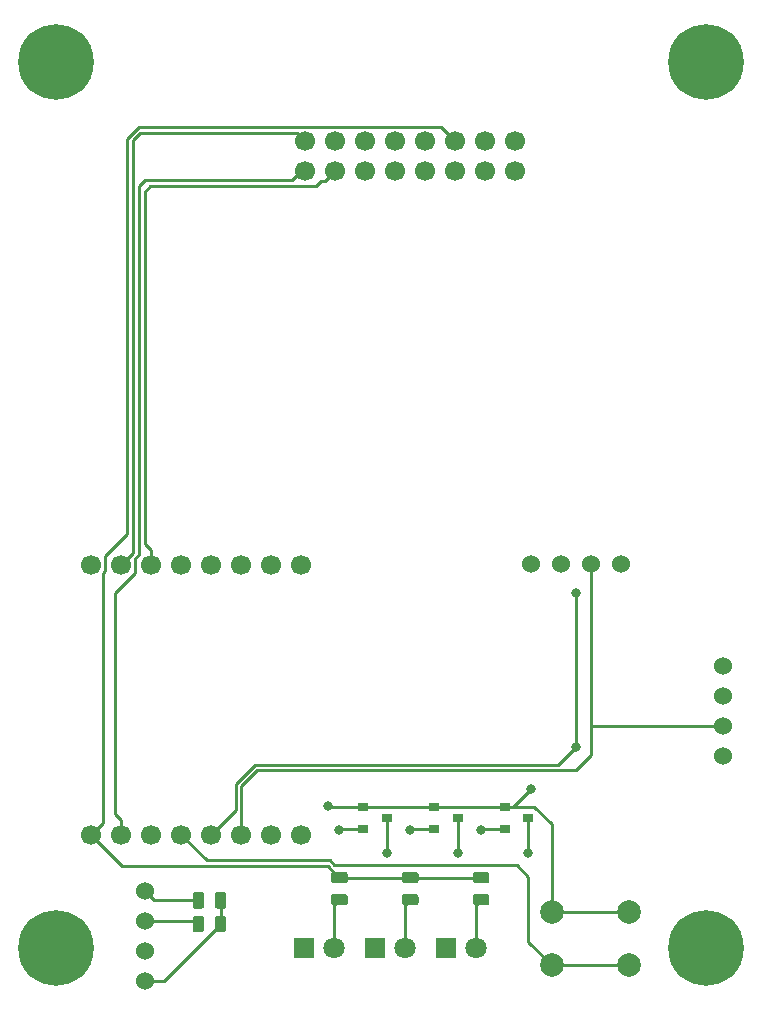
<source format=gbr>
G04 #@! TF.GenerationSoftware,KiCad,Pcbnew,5.1.5+dfsg1-2build2*
G04 #@! TF.CreationDate,2020-10-24T15:12:09+02:00*
G04 #@! TF.ProjectId,sensorbox,73656e73-6f72-4626-9f78-2e6b69636164,rev?*
G04 #@! TF.SameCoordinates,Original*
G04 #@! TF.FileFunction,Copper,L2,Bot*
G04 #@! TF.FilePolarity,Positive*
%FSLAX46Y46*%
G04 Gerber Fmt 4.6, Leading zero omitted, Abs format (unit mm)*
G04 Created by KiCad (PCBNEW 5.1.5+dfsg1-2build2) date 2020-10-24 15:12:09*
%MOMM*%
%LPD*%
G04 APERTURE LIST*
%ADD10C,1.524000*%
%ADD11C,0.100000*%
%ADD12R,0.900000X0.800000*%
%ADD13C,1.800000*%
%ADD14R,1.800000X1.800000*%
%ADD15C,2.000000*%
%ADD16C,1.700000*%
%ADD17C,6.400000*%
%ADD18C,0.800000*%
%ADD19C,0.250000*%
G04 APERTURE END LIST*
D10*
X52810000Y-47500000D03*
X50270000Y-47500000D03*
X47730000Y-47500000D03*
X45190000Y-47500000D03*
X61500000Y-63810000D03*
X61500000Y-61270000D03*
X61500000Y-58730000D03*
X61500000Y-56190000D03*
G04 #@! TA.AperFunction,SMDPad,CuDef*
D11*
G36*
X35480142Y-75451174D02*
G01*
X35503803Y-75454684D01*
X35527007Y-75460496D01*
X35549529Y-75468554D01*
X35571153Y-75478782D01*
X35591670Y-75491079D01*
X35610883Y-75505329D01*
X35628607Y-75521393D01*
X35644671Y-75539117D01*
X35658921Y-75558330D01*
X35671218Y-75578847D01*
X35681446Y-75600471D01*
X35689504Y-75622993D01*
X35695316Y-75646197D01*
X35698826Y-75669858D01*
X35700000Y-75693750D01*
X35700000Y-76181250D01*
X35698826Y-76205142D01*
X35695316Y-76228803D01*
X35689504Y-76252007D01*
X35681446Y-76274529D01*
X35671218Y-76296153D01*
X35658921Y-76316670D01*
X35644671Y-76335883D01*
X35628607Y-76353607D01*
X35610883Y-76369671D01*
X35591670Y-76383921D01*
X35571153Y-76396218D01*
X35549529Y-76406446D01*
X35527007Y-76414504D01*
X35503803Y-76420316D01*
X35480142Y-76423826D01*
X35456250Y-76425000D01*
X34543750Y-76425000D01*
X34519858Y-76423826D01*
X34496197Y-76420316D01*
X34472993Y-76414504D01*
X34450471Y-76406446D01*
X34428847Y-76396218D01*
X34408330Y-76383921D01*
X34389117Y-76369671D01*
X34371393Y-76353607D01*
X34355329Y-76335883D01*
X34341079Y-76316670D01*
X34328782Y-76296153D01*
X34318554Y-76274529D01*
X34310496Y-76252007D01*
X34304684Y-76228803D01*
X34301174Y-76205142D01*
X34300000Y-76181250D01*
X34300000Y-75693750D01*
X34301174Y-75669858D01*
X34304684Y-75646197D01*
X34310496Y-75622993D01*
X34318554Y-75600471D01*
X34328782Y-75578847D01*
X34341079Y-75558330D01*
X34355329Y-75539117D01*
X34371393Y-75521393D01*
X34389117Y-75505329D01*
X34408330Y-75491079D01*
X34428847Y-75478782D01*
X34450471Y-75468554D01*
X34472993Y-75460496D01*
X34496197Y-75454684D01*
X34519858Y-75451174D01*
X34543750Y-75450000D01*
X35456250Y-75450000D01*
X35480142Y-75451174D01*
G37*
G04 #@! TD.AperFunction*
G04 #@! TA.AperFunction,SMDPad,CuDef*
G36*
X35480142Y-73576174D02*
G01*
X35503803Y-73579684D01*
X35527007Y-73585496D01*
X35549529Y-73593554D01*
X35571153Y-73603782D01*
X35591670Y-73616079D01*
X35610883Y-73630329D01*
X35628607Y-73646393D01*
X35644671Y-73664117D01*
X35658921Y-73683330D01*
X35671218Y-73703847D01*
X35681446Y-73725471D01*
X35689504Y-73747993D01*
X35695316Y-73771197D01*
X35698826Y-73794858D01*
X35700000Y-73818750D01*
X35700000Y-74306250D01*
X35698826Y-74330142D01*
X35695316Y-74353803D01*
X35689504Y-74377007D01*
X35681446Y-74399529D01*
X35671218Y-74421153D01*
X35658921Y-74441670D01*
X35644671Y-74460883D01*
X35628607Y-74478607D01*
X35610883Y-74494671D01*
X35591670Y-74508921D01*
X35571153Y-74521218D01*
X35549529Y-74531446D01*
X35527007Y-74539504D01*
X35503803Y-74545316D01*
X35480142Y-74548826D01*
X35456250Y-74550000D01*
X34543750Y-74550000D01*
X34519858Y-74548826D01*
X34496197Y-74545316D01*
X34472993Y-74539504D01*
X34450471Y-74531446D01*
X34428847Y-74521218D01*
X34408330Y-74508921D01*
X34389117Y-74494671D01*
X34371393Y-74478607D01*
X34355329Y-74460883D01*
X34341079Y-74441670D01*
X34328782Y-74421153D01*
X34318554Y-74399529D01*
X34310496Y-74377007D01*
X34304684Y-74353803D01*
X34301174Y-74330142D01*
X34300000Y-74306250D01*
X34300000Y-73818750D01*
X34301174Y-73794858D01*
X34304684Y-73771197D01*
X34310496Y-73747993D01*
X34318554Y-73725471D01*
X34328782Y-73703847D01*
X34341079Y-73683330D01*
X34355329Y-73664117D01*
X34371393Y-73646393D01*
X34389117Y-73630329D01*
X34408330Y-73616079D01*
X34428847Y-73603782D01*
X34450471Y-73593554D01*
X34472993Y-73585496D01*
X34496197Y-73579684D01*
X34519858Y-73576174D01*
X34543750Y-73575000D01*
X35456250Y-73575000D01*
X35480142Y-73576174D01*
G37*
G04 #@! TD.AperFunction*
G04 #@! TA.AperFunction,SMDPad,CuDef*
G36*
X29480142Y-75451174D02*
G01*
X29503803Y-75454684D01*
X29527007Y-75460496D01*
X29549529Y-75468554D01*
X29571153Y-75478782D01*
X29591670Y-75491079D01*
X29610883Y-75505329D01*
X29628607Y-75521393D01*
X29644671Y-75539117D01*
X29658921Y-75558330D01*
X29671218Y-75578847D01*
X29681446Y-75600471D01*
X29689504Y-75622993D01*
X29695316Y-75646197D01*
X29698826Y-75669858D01*
X29700000Y-75693750D01*
X29700000Y-76181250D01*
X29698826Y-76205142D01*
X29695316Y-76228803D01*
X29689504Y-76252007D01*
X29681446Y-76274529D01*
X29671218Y-76296153D01*
X29658921Y-76316670D01*
X29644671Y-76335883D01*
X29628607Y-76353607D01*
X29610883Y-76369671D01*
X29591670Y-76383921D01*
X29571153Y-76396218D01*
X29549529Y-76406446D01*
X29527007Y-76414504D01*
X29503803Y-76420316D01*
X29480142Y-76423826D01*
X29456250Y-76425000D01*
X28543750Y-76425000D01*
X28519858Y-76423826D01*
X28496197Y-76420316D01*
X28472993Y-76414504D01*
X28450471Y-76406446D01*
X28428847Y-76396218D01*
X28408330Y-76383921D01*
X28389117Y-76369671D01*
X28371393Y-76353607D01*
X28355329Y-76335883D01*
X28341079Y-76316670D01*
X28328782Y-76296153D01*
X28318554Y-76274529D01*
X28310496Y-76252007D01*
X28304684Y-76228803D01*
X28301174Y-76205142D01*
X28300000Y-76181250D01*
X28300000Y-75693750D01*
X28301174Y-75669858D01*
X28304684Y-75646197D01*
X28310496Y-75622993D01*
X28318554Y-75600471D01*
X28328782Y-75578847D01*
X28341079Y-75558330D01*
X28355329Y-75539117D01*
X28371393Y-75521393D01*
X28389117Y-75505329D01*
X28408330Y-75491079D01*
X28428847Y-75478782D01*
X28450471Y-75468554D01*
X28472993Y-75460496D01*
X28496197Y-75454684D01*
X28519858Y-75451174D01*
X28543750Y-75450000D01*
X29456250Y-75450000D01*
X29480142Y-75451174D01*
G37*
G04 #@! TD.AperFunction*
G04 #@! TA.AperFunction,SMDPad,CuDef*
G36*
X29480142Y-73576174D02*
G01*
X29503803Y-73579684D01*
X29527007Y-73585496D01*
X29549529Y-73593554D01*
X29571153Y-73603782D01*
X29591670Y-73616079D01*
X29610883Y-73630329D01*
X29628607Y-73646393D01*
X29644671Y-73664117D01*
X29658921Y-73683330D01*
X29671218Y-73703847D01*
X29681446Y-73725471D01*
X29689504Y-73747993D01*
X29695316Y-73771197D01*
X29698826Y-73794858D01*
X29700000Y-73818750D01*
X29700000Y-74306250D01*
X29698826Y-74330142D01*
X29695316Y-74353803D01*
X29689504Y-74377007D01*
X29681446Y-74399529D01*
X29671218Y-74421153D01*
X29658921Y-74441670D01*
X29644671Y-74460883D01*
X29628607Y-74478607D01*
X29610883Y-74494671D01*
X29591670Y-74508921D01*
X29571153Y-74521218D01*
X29549529Y-74531446D01*
X29527007Y-74539504D01*
X29503803Y-74545316D01*
X29480142Y-74548826D01*
X29456250Y-74550000D01*
X28543750Y-74550000D01*
X28519858Y-74548826D01*
X28496197Y-74545316D01*
X28472993Y-74539504D01*
X28450471Y-74531446D01*
X28428847Y-74521218D01*
X28408330Y-74508921D01*
X28389117Y-74494671D01*
X28371393Y-74478607D01*
X28355329Y-74460883D01*
X28341079Y-74441670D01*
X28328782Y-74421153D01*
X28318554Y-74399529D01*
X28310496Y-74377007D01*
X28304684Y-74353803D01*
X28301174Y-74330142D01*
X28300000Y-74306250D01*
X28300000Y-73818750D01*
X28301174Y-73794858D01*
X28304684Y-73771197D01*
X28310496Y-73747993D01*
X28318554Y-73725471D01*
X28328782Y-73703847D01*
X28341079Y-73683330D01*
X28355329Y-73664117D01*
X28371393Y-73646393D01*
X28389117Y-73630329D01*
X28408330Y-73616079D01*
X28428847Y-73603782D01*
X28450471Y-73593554D01*
X28472993Y-73585496D01*
X28496197Y-73579684D01*
X28519858Y-73576174D01*
X28543750Y-73575000D01*
X29456250Y-73575000D01*
X29480142Y-73576174D01*
G37*
G04 #@! TD.AperFunction*
D12*
X45000000Y-69000000D03*
X43000000Y-68050000D03*
X43000000Y-69950000D03*
X39000000Y-69000000D03*
X37000000Y-68050000D03*
X37000000Y-69950000D03*
D13*
X40540000Y-80000000D03*
D14*
X38000000Y-80000000D03*
D13*
X34540000Y-80000000D03*
D14*
X32000000Y-80000000D03*
G04 #@! TA.AperFunction,SMDPad,CuDef*
D11*
G36*
X41480142Y-75451174D02*
G01*
X41503803Y-75454684D01*
X41527007Y-75460496D01*
X41549529Y-75468554D01*
X41571153Y-75478782D01*
X41591670Y-75491079D01*
X41610883Y-75505329D01*
X41628607Y-75521393D01*
X41644671Y-75539117D01*
X41658921Y-75558330D01*
X41671218Y-75578847D01*
X41681446Y-75600471D01*
X41689504Y-75622993D01*
X41695316Y-75646197D01*
X41698826Y-75669858D01*
X41700000Y-75693750D01*
X41700000Y-76181250D01*
X41698826Y-76205142D01*
X41695316Y-76228803D01*
X41689504Y-76252007D01*
X41681446Y-76274529D01*
X41671218Y-76296153D01*
X41658921Y-76316670D01*
X41644671Y-76335883D01*
X41628607Y-76353607D01*
X41610883Y-76369671D01*
X41591670Y-76383921D01*
X41571153Y-76396218D01*
X41549529Y-76406446D01*
X41527007Y-76414504D01*
X41503803Y-76420316D01*
X41480142Y-76423826D01*
X41456250Y-76425000D01*
X40543750Y-76425000D01*
X40519858Y-76423826D01*
X40496197Y-76420316D01*
X40472993Y-76414504D01*
X40450471Y-76406446D01*
X40428847Y-76396218D01*
X40408330Y-76383921D01*
X40389117Y-76369671D01*
X40371393Y-76353607D01*
X40355329Y-76335883D01*
X40341079Y-76316670D01*
X40328782Y-76296153D01*
X40318554Y-76274529D01*
X40310496Y-76252007D01*
X40304684Y-76228803D01*
X40301174Y-76205142D01*
X40300000Y-76181250D01*
X40300000Y-75693750D01*
X40301174Y-75669858D01*
X40304684Y-75646197D01*
X40310496Y-75622993D01*
X40318554Y-75600471D01*
X40328782Y-75578847D01*
X40341079Y-75558330D01*
X40355329Y-75539117D01*
X40371393Y-75521393D01*
X40389117Y-75505329D01*
X40408330Y-75491079D01*
X40428847Y-75478782D01*
X40450471Y-75468554D01*
X40472993Y-75460496D01*
X40496197Y-75454684D01*
X40519858Y-75451174D01*
X40543750Y-75450000D01*
X41456250Y-75450000D01*
X41480142Y-75451174D01*
G37*
G04 #@! TD.AperFunction*
G04 #@! TA.AperFunction,SMDPad,CuDef*
G36*
X41480142Y-73576174D02*
G01*
X41503803Y-73579684D01*
X41527007Y-73585496D01*
X41549529Y-73593554D01*
X41571153Y-73603782D01*
X41591670Y-73616079D01*
X41610883Y-73630329D01*
X41628607Y-73646393D01*
X41644671Y-73664117D01*
X41658921Y-73683330D01*
X41671218Y-73703847D01*
X41681446Y-73725471D01*
X41689504Y-73747993D01*
X41695316Y-73771197D01*
X41698826Y-73794858D01*
X41700000Y-73818750D01*
X41700000Y-74306250D01*
X41698826Y-74330142D01*
X41695316Y-74353803D01*
X41689504Y-74377007D01*
X41681446Y-74399529D01*
X41671218Y-74421153D01*
X41658921Y-74441670D01*
X41644671Y-74460883D01*
X41628607Y-74478607D01*
X41610883Y-74494671D01*
X41591670Y-74508921D01*
X41571153Y-74521218D01*
X41549529Y-74531446D01*
X41527007Y-74539504D01*
X41503803Y-74545316D01*
X41480142Y-74548826D01*
X41456250Y-74550000D01*
X40543750Y-74550000D01*
X40519858Y-74548826D01*
X40496197Y-74545316D01*
X40472993Y-74539504D01*
X40450471Y-74531446D01*
X40428847Y-74521218D01*
X40408330Y-74508921D01*
X40389117Y-74494671D01*
X40371393Y-74478607D01*
X40355329Y-74460883D01*
X40341079Y-74441670D01*
X40328782Y-74421153D01*
X40318554Y-74399529D01*
X40310496Y-74377007D01*
X40304684Y-74353803D01*
X40301174Y-74330142D01*
X40300000Y-74306250D01*
X40300000Y-73818750D01*
X40301174Y-73794858D01*
X40304684Y-73771197D01*
X40310496Y-73747993D01*
X40318554Y-73725471D01*
X40328782Y-73703847D01*
X40341079Y-73683330D01*
X40355329Y-73664117D01*
X40371393Y-73646393D01*
X40389117Y-73630329D01*
X40408330Y-73616079D01*
X40428847Y-73603782D01*
X40450471Y-73593554D01*
X40472993Y-73585496D01*
X40496197Y-73579684D01*
X40519858Y-73576174D01*
X40543750Y-73575000D01*
X41456250Y-73575000D01*
X41480142Y-73576174D01*
G37*
G04 #@! TD.AperFunction*
G04 #@! TA.AperFunction,SMDPad,CuDef*
G36*
X17330142Y-77301174D02*
G01*
X17353803Y-77304684D01*
X17377007Y-77310496D01*
X17399529Y-77318554D01*
X17421153Y-77328782D01*
X17441670Y-77341079D01*
X17460883Y-77355329D01*
X17478607Y-77371393D01*
X17494671Y-77389117D01*
X17508921Y-77408330D01*
X17521218Y-77428847D01*
X17531446Y-77450471D01*
X17539504Y-77472993D01*
X17545316Y-77496197D01*
X17548826Y-77519858D01*
X17550000Y-77543750D01*
X17550000Y-78456250D01*
X17548826Y-78480142D01*
X17545316Y-78503803D01*
X17539504Y-78527007D01*
X17531446Y-78549529D01*
X17521218Y-78571153D01*
X17508921Y-78591670D01*
X17494671Y-78610883D01*
X17478607Y-78628607D01*
X17460883Y-78644671D01*
X17441670Y-78658921D01*
X17421153Y-78671218D01*
X17399529Y-78681446D01*
X17377007Y-78689504D01*
X17353803Y-78695316D01*
X17330142Y-78698826D01*
X17306250Y-78700000D01*
X16818750Y-78700000D01*
X16794858Y-78698826D01*
X16771197Y-78695316D01*
X16747993Y-78689504D01*
X16725471Y-78681446D01*
X16703847Y-78671218D01*
X16683330Y-78658921D01*
X16664117Y-78644671D01*
X16646393Y-78628607D01*
X16630329Y-78610883D01*
X16616079Y-78591670D01*
X16603782Y-78571153D01*
X16593554Y-78549529D01*
X16585496Y-78527007D01*
X16579684Y-78503803D01*
X16576174Y-78480142D01*
X16575000Y-78456250D01*
X16575000Y-77543750D01*
X16576174Y-77519858D01*
X16579684Y-77496197D01*
X16585496Y-77472993D01*
X16593554Y-77450471D01*
X16603782Y-77428847D01*
X16616079Y-77408330D01*
X16630329Y-77389117D01*
X16646393Y-77371393D01*
X16664117Y-77355329D01*
X16683330Y-77341079D01*
X16703847Y-77328782D01*
X16725471Y-77318554D01*
X16747993Y-77310496D01*
X16771197Y-77304684D01*
X16794858Y-77301174D01*
X16818750Y-77300000D01*
X17306250Y-77300000D01*
X17330142Y-77301174D01*
G37*
G04 #@! TD.AperFunction*
G04 #@! TA.AperFunction,SMDPad,CuDef*
G36*
X19205142Y-77301174D02*
G01*
X19228803Y-77304684D01*
X19252007Y-77310496D01*
X19274529Y-77318554D01*
X19296153Y-77328782D01*
X19316670Y-77341079D01*
X19335883Y-77355329D01*
X19353607Y-77371393D01*
X19369671Y-77389117D01*
X19383921Y-77408330D01*
X19396218Y-77428847D01*
X19406446Y-77450471D01*
X19414504Y-77472993D01*
X19420316Y-77496197D01*
X19423826Y-77519858D01*
X19425000Y-77543750D01*
X19425000Y-78456250D01*
X19423826Y-78480142D01*
X19420316Y-78503803D01*
X19414504Y-78527007D01*
X19406446Y-78549529D01*
X19396218Y-78571153D01*
X19383921Y-78591670D01*
X19369671Y-78610883D01*
X19353607Y-78628607D01*
X19335883Y-78644671D01*
X19316670Y-78658921D01*
X19296153Y-78671218D01*
X19274529Y-78681446D01*
X19252007Y-78689504D01*
X19228803Y-78695316D01*
X19205142Y-78698826D01*
X19181250Y-78700000D01*
X18693750Y-78700000D01*
X18669858Y-78698826D01*
X18646197Y-78695316D01*
X18622993Y-78689504D01*
X18600471Y-78681446D01*
X18578847Y-78671218D01*
X18558330Y-78658921D01*
X18539117Y-78644671D01*
X18521393Y-78628607D01*
X18505329Y-78610883D01*
X18491079Y-78591670D01*
X18478782Y-78571153D01*
X18468554Y-78549529D01*
X18460496Y-78527007D01*
X18454684Y-78503803D01*
X18451174Y-78480142D01*
X18450000Y-78456250D01*
X18450000Y-77543750D01*
X18451174Y-77519858D01*
X18454684Y-77496197D01*
X18460496Y-77472993D01*
X18468554Y-77450471D01*
X18478782Y-77428847D01*
X18491079Y-77408330D01*
X18505329Y-77389117D01*
X18521393Y-77371393D01*
X18539117Y-77355329D01*
X18558330Y-77341079D01*
X18578847Y-77328782D01*
X18600471Y-77318554D01*
X18622993Y-77310496D01*
X18646197Y-77304684D01*
X18669858Y-77301174D01*
X18693750Y-77300000D01*
X19181250Y-77300000D01*
X19205142Y-77301174D01*
G37*
G04 #@! TD.AperFunction*
G04 #@! TA.AperFunction,SMDPad,CuDef*
G36*
X17330142Y-75301174D02*
G01*
X17353803Y-75304684D01*
X17377007Y-75310496D01*
X17399529Y-75318554D01*
X17421153Y-75328782D01*
X17441670Y-75341079D01*
X17460883Y-75355329D01*
X17478607Y-75371393D01*
X17494671Y-75389117D01*
X17508921Y-75408330D01*
X17521218Y-75428847D01*
X17531446Y-75450471D01*
X17539504Y-75472993D01*
X17545316Y-75496197D01*
X17548826Y-75519858D01*
X17550000Y-75543750D01*
X17550000Y-76456250D01*
X17548826Y-76480142D01*
X17545316Y-76503803D01*
X17539504Y-76527007D01*
X17531446Y-76549529D01*
X17521218Y-76571153D01*
X17508921Y-76591670D01*
X17494671Y-76610883D01*
X17478607Y-76628607D01*
X17460883Y-76644671D01*
X17441670Y-76658921D01*
X17421153Y-76671218D01*
X17399529Y-76681446D01*
X17377007Y-76689504D01*
X17353803Y-76695316D01*
X17330142Y-76698826D01*
X17306250Y-76700000D01*
X16818750Y-76700000D01*
X16794858Y-76698826D01*
X16771197Y-76695316D01*
X16747993Y-76689504D01*
X16725471Y-76681446D01*
X16703847Y-76671218D01*
X16683330Y-76658921D01*
X16664117Y-76644671D01*
X16646393Y-76628607D01*
X16630329Y-76610883D01*
X16616079Y-76591670D01*
X16603782Y-76571153D01*
X16593554Y-76549529D01*
X16585496Y-76527007D01*
X16579684Y-76503803D01*
X16576174Y-76480142D01*
X16575000Y-76456250D01*
X16575000Y-75543750D01*
X16576174Y-75519858D01*
X16579684Y-75496197D01*
X16585496Y-75472993D01*
X16593554Y-75450471D01*
X16603782Y-75428847D01*
X16616079Y-75408330D01*
X16630329Y-75389117D01*
X16646393Y-75371393D01*
X16664117Y-75355329D01*
X16683330Y-75341079D01*
X16703847Y-75328782D01*
X16725471Y-75318554D01*
X16747993Y-75310496D01*
X16771197Y-75304684D01*
X16794858Y-75301174D01*
X16818750Y-75300000D01*
X17306250Y-75300000D01*
X17330142Y-75301174D01*
G37*
G04 #@! TD.AperFunction*
G04 #@! TA.AperFunction,SMDPad,CuDef*
G36*
X19205142Y-75301174D02*
G01*
X19228803Y-75304684D01*
X19252007Y-75310496D01*
X19274529Y-75318554D01*
X19296153Y-75328782D01*
X19316670Y-75341079D01*
X19335883Y-75355329D01*
X19353607Y-75371393D01*
X19369671Y-75389117D01*
X19383921Y-75408330D01*
X19396218Y-75428847D01*
X19406446Y-75450471D01*
X19414504Y-75472993D01*
X19420316Y-75496197D01*
X19423826Y-75519858D01*
X19425000Y-75543750D01*
X19425000Y-76456250D01*
X19423826Y-76480142D01*
X19420316Y-76503803D01*
X19414504Y-76527007D01*
X19406446Y-76549529D01*
X19396218Y-76571153D01*
X19383921Y-76591670D01*
X19369671Y-76610883D01*
X19353607Y-76628607D01*
X19335883Y-76644671D01*
X19316670Y-76658921D01*
X19296153Y-76671218D01*
X19274529Y-76681446D01*
X19252007Y-76689504D01*
X19228803Y-76695316D01*
X19205142Y-76698826D01*
X19181250Y-76700000D01*
X18693750Y-76700000D01*
X18669858Y-76698826D01*
X18646197Y-76695316D01*
X18622993Y-76689504D01*
X18600471Y-76681446D01*
X18578847Y-76671218D01*
X18558330Y-76658921D01*
X18539117Y-76644671D01*
X18521393Y-76628607D01*
X18505329Y-76610883D01*
X18491079Y-76591670D01*
X18478782Y-76571153D01*
X18468554Y-76549529D01*
X18460496Y-76527007D01*
X18454684Y-76503803D01*
X18451174Y-76480142D01*
X18450000Y-76456250D01*
X18450000Y-75543750D01*
X18451174Y-75519858D01*
X18454684Y-75496197D01*
X18460496Y-75472993D01*
X18468554Y-75450471D01*
X18478782Y-75428847D01*
X18491079Y-75408330D01*
X18505329Y-75389117D01*
X18521393Y-75371393D01*
X18539117Y-75355329D01*
X18558330Y-75341079D01*
X18578847Y-75328782D01*
X18600471Y-75318554D01*
X18622993Y-75310496D01*
X18646197Y-75304684D01*
X18669858Y-75301174D01*
X18693750Y-75300000D01*
X19181250Y-75300000D01*
X19205142Y-75301174D01*
G37*
G04 #@! TD.AperFunction*
D13*
X28540000Y-80000000D03*
D14*
X26000000Y-80000000D03*
D12*
X33000000Y-69000000D03*
X31000000Y-68050000D03*
X31000000Y-69950000D03*
D15*
X53500000Y-77000000D03*
X53500000Y-81500000D03*
X47000000Y-77000000D03*
X47000000Y-81500000D03*
D16*
X8000000Y-47570000D03*
X10540000Y-47570000D03*
X13080000Y-47570000D03*
X15620000Y-47570000D03*
X18160000Y-47570000D03*
X20700000Y-47570000D03*
X23240000Y-47570000D03*
X25780000Y-47570000D03*
X18160000Y-70430000D03*
X15620000Y-70430000D03*
X13080000Y-70430000D03*
X20700000Y-70430000D03*
X23240000Y-70430000D03*
X8000000Y-70430000D03*
X10540000Y-70430000D03*
X25780000Y-70430000D03*
D10*
X12500000Y-75190000D03*
X12500000Y-77730000D03*
X12500000Y-80270000D03*
X12500000Y-82810000D03*
D16*
X38790000Y-14240000D03*
X43870000Y-14240000D03*
X41330000Y-14240000D03*
X36250000Y-14240000D03*
X28630000Y-14240000D03*
X26090000Y-14240000D03*
X31170000Y-14240000D03*
X33710000Y-14240000D03*
X26090000Y-11700000D03*
X28630000Y-11700000D03*
X31170000Y-11700000D03*
X33710000Y-11700000D03*
X36250000Y-11700000D03*
X38790000Y-11700000D03*
X41330000Y-11700000D03*
X43870000Y-11700000D03*
D17*
X60000000Y-80000000D03*
X5000000Y-80000000D03*
X60000000Y-5000000D03*
X5000000Y-5000000D03*
D18*
X45190000Y-66560000D03*
X28000000Y-68000000D03*
X49000000Y-50000000D03*
X49000000Y-63000000D03*
X33000000Y-72000000D03*
X39000000Y-72000000D03*
X45000000Y-72000000D03*
X29000000Y-70000000D03*
X35000000Y-70000000D03*
X41000000Y-70000000D03*
D19*
X31700000Y-68050000D02*
X37000000Y-68050000D01*
X31000000Y-68050000D02*
X31700000Y-68050000D01*
X37000000Y-68050000D02*
X43000000Y-68050000D01*
X47000000Y-75585787D02*
X47000000Y-77000000D01*
X47000000Y-69564998D02*
X47000000Y-75585787D01*
X45485002Y-68050000D02*
X47000000Y-69564998D01*
X43000000Y-68050000D02*
X45485002Y-68050000D01*
X47000000Y-77000000D02*
X53500000Y-77000000D01*
X43700000Y-68050000D02*
X45190000Y-66560000D01*
X43000000Y-68050000D02*
X43700000Y-68050000D01*
X28050000Y-68050000D02*
X28000000Y-68000000D01*
X31000000Y-68050000D02*
X28050000Y-68050000D01*
X25830000Y-14500000D02*
X26090000Y-14240000D01*
X25000000Y-15000000D02*
X25760000Y-14240000D01*
X12500000Y-15000000D02*
X25000000Y-15000000D01*
X12000000Y-15500000D02*
X12500000Y-15000000D01*
X11715001Y-47031409D02*
X12000000Y-46746410D01*
X10000000Y-50000000D02*
X11715001Y-48284999D01*
X12000000Y-46746410D02*
X12000000Y-15500000D01*
X10000000Y-68687919D02*
X10000000Y-50000000D01*
X10540000Y-69227919D02*
X10000000Y-68687919D01*
X25760000Y-14240000D02*
X26090000Y-14240000D01*
X11715001Y-48284999D02*
X11715001Y-47031409D01*
X10540000Y-70430000D02*
X10540000Y-69227919D01*
X41000000Y-74062500D02*
X35000000Y-74062500D01*
X35000000Y-74062500D02*
X29000000Y-74062500D01*
X29000000Y-74062500D02*
X28000000Y-73062500D01*
X10632500Y-73062500D02*
X8000000Y-70430000D01*
X10632500Y-73062500D02*
X28000000Y-73062500D01*
X8000000Y-70430000D02*
X9000000Y-69430000D01*
X9175001Y-48134001D02*
X9175001Y-46824999D01*
X9000000Y-48309002D02*
X9175001Y-48134001D01*
X9000000Y-69430000D02*
X9000000Y-48309002D01*
X9175001Y-46824999D02*
X11000000Y-45000000D01*
X11000000Y-45000000D02*
X11000000Y-11500000D01*
X11000000Y-11500000D02*
X12000000Y-10500000D01*
X37590000Y-10500000D02*
X38790000Y-11700000D01*
X12000000Y-10500000D02*
X37590000Y-10500000D01*
X18937500Y-76000000D02*
X18937500Y-78000000D01*
X14127500Y-82810000D02*
X12500000Y-82810000D01*
X18937500Y-78000000D02*
X14127500Y-82810000D01*
X12136410Y-11000000D02*
X25390000Y-11000000D01*
X25390000Y-11000000D02*
X26090000Y-11700000D01*
X11500000Y-11636410D02*
X12136410Y-11000000D01*
X11500000Y-46610000D02*
X11500000Y-11636410D01*
X10540000Y-47570000D02*
X11500000Y-46610000D01*
X12500000Y-16000000D02*
X13000000Y-15500000D01*
X12500000Y-45787919D02*
X12500000Y-16000000D01*
X13080000Y-46367919D02*
X12500000Y-45787919D01*
X13080000Y-47570000D02*
X13080000Y-46367919D01*
X27780001Y-15089999D02*
X27410001Y-15089999D01*
X28630000Y-14240000D02*
X27780001Y-15089999D01*
X27000000Y-15500000D02*
X13000000Y-15500000D01*
X27410001Y-15089999D02*
X27000000Y-15500000D01*
X13310000Y-76000000D02*
X12500000Y-75190000D01*
X17062500Y-76000000D02*
X13310000Y-76000000D01*
X49000000Y-63000000D02*
X49000000Y-50000000D01*
X20249990Y-68340010D02*
X18160000Y-70430000D01*
X20249991Y-66113599D02*
X20249990Y-68340010D01*
X21863590Y-64500000D02*
X20249991Y-66113599D01*
X47500000Y-64500000D02*
X21863590Y-64500000D01*
X49000000Y-63000000D02*
X47500000Y-64500000D01*
X16792500Y-77730000D02*
X17062500Y-78000000D01*
X12500000Y-77730000D02*
X16792500Y-77730000D01*
X20700000Y-66300000D02*
X20700000Y-70430000D01*
X22000000Y-65000000D02*
X20700000Y-66300000D01*
X49000000Y-65000000D02*
X22000000Y-65000000D01*
X50270000Y-63730000D02*
X49000000Y-65000000D01*
X61500000Y-61270000D02*
X50270000Y-61270000D01*
X50270000Y-61270000D02*
X50270000Y-63730000D01*
X50270000Y-47500000D02*
X50270000Y-61270000D01*
X17802490Y-72612490D02*
X15620000Y-70430000D01*
X44000000Y-73000000D02*
X28573910Y-73000000D01*
X28573910Y-73000000D02*
X28186400Y-72612490D01*
X45000000Y-74000000D02*
X44000000Y-73000000D01*
X28186400Y-72612490D02*
X17802490Y-72612490D01*
X45000000Y-79500000D02*
X45000000Y-74000000D01*
X47000000Y-81500000D02*
X45000000Y-79500000D01*
X52085787Y-81500000D02*
X47000000Y-81500000D01*
X53500000Y-81500000D02*
X52085787Y-81500000D01*
X33000000Y-72000000D02*
X33000000Y-69000000D01*
X28540000Y-76397500D02*
X29000000Y-75937500D01*
X28540000Y-80000000D02*
X28540000Y-76397500D01*
X34540000Y-76397500D02*
X35000000Y-75937500D01*
X34540000Y-80000000D02*
X34540000Y-76397500D01*
X39000000Y-72000000D02*
X39000000Y-69000000D01*
X40540000Y-76397500D02*
X41000000Y-75937500D01*
X40540000Y-80000000D02*
X40540000Y-76397500D01*
X45000000Y-72000000D02*
X45000000Y-69000000D01*
X29050000Y-69950000D02*
X29000000Y-70000000D01*
X31000000Y-69950000D02*
X29050000Y-69950000D01*
X35050000Y-69950000D02*
X35000000Y-70000000D01*
X37000000Y-69950000D02*
X35050000Y-69950000D01*
X43000000Y-69950000D02*
X41050000Y-69950000D01*
X41050000Y-69950000D02*
X41000000Y-70000000D01*
M02*

</source>
